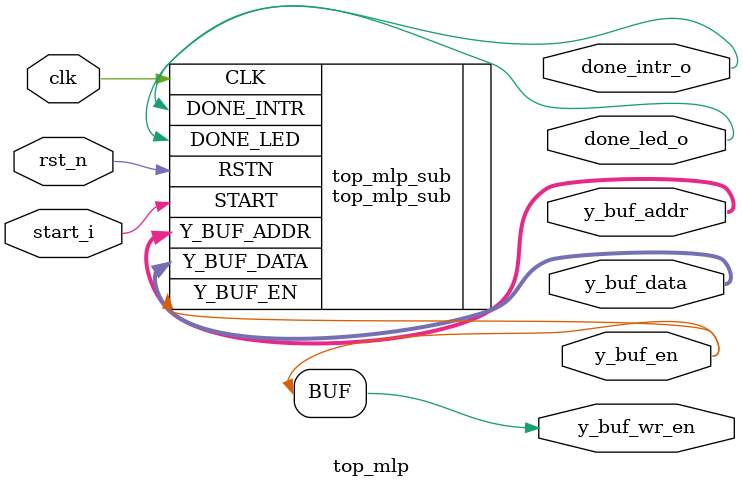
<source format=v>
`timescale 1ns / 1ps

module top_mlp #(
    parameter IN_IMG_NUM = 10,
	parameter FP_BW = 32,
	parameter INT_BW = 8,
    parameter X_BUF_DATA_WIDTH = INT_BW*IN_IMG_NUM,  	// add in 2024-04-17 / if you try INT8 Streamline , you should change X_BUF_DATA_WIDTH to this line
//	parameter X_BUF_DATA_WIDTH = FP_BW*IN_IMG_NUM,
	parameter X_BUF_DEPTH = 784*IN_IMG_NUM,
    parameter W_BUF_DATA_WIDTH = INT_BW *IN_IMG_NUM,		// add in 2024-04-17 / if you try INT8 Streamline , you should change W_BUF_DATA_WIDTH to this line
//	parameter W_BUF_DATA_WIDTH = FP_BW *IN_IMG_NUM, 	
	parameter W_BUF_DEPTH = 784*IN_IMG_NUM,
    parameter Y_BUF_DATA_WIDTH = 32,
	parameter Y_BUF_ADDR_WIDTH = 32,  							// add in 2023-05-10
    parameter Y_BUF_DEPTH = 10*IN_IMG_NUM * 4 					// modify in 2024-04-17, y_buf_addr has to increase +4 -> 0 - 396
)(
    // system interface
    input   wire                            clk,
    input   wire                            rst_n,
    input   wire                            start_i,
    output  wire                            done_intr_o,
    output  wire                            done_led_o,
    // output buffer interface
    output  wire                            y_buf_en,
    output  wire                            y_buf_wr_en,
    output  wire [$clog2(Y_BUF_DEPTH)-1:0]  y_buf_addr,			// modify in 2023-05-10, [$clog2(Y_BUF_DEPTH)-1:0] -> [Y_BUF_ADDR_WIDTH-1:0]
    output  wire [Y_BUF_DATA_WIDTH-1:0]     y_buf_data
);

assign y_buf_wr_en = y_buf_en;

top_mlp_sub top_mlp_sub(
        .CLK(clk),
        .RSTN(rst_n),
        .START(start_i),
        .DONE_INTR(done_intr_o),
        .DONE_LED(done_led_o),
        .Y_BUF_EN(y_buf_en),
        .Y_BUF_ADDR(y_buf_addr),
        .Y_BUF_DATA(y_buf_data)
);
    
    
endmodule

</source>
